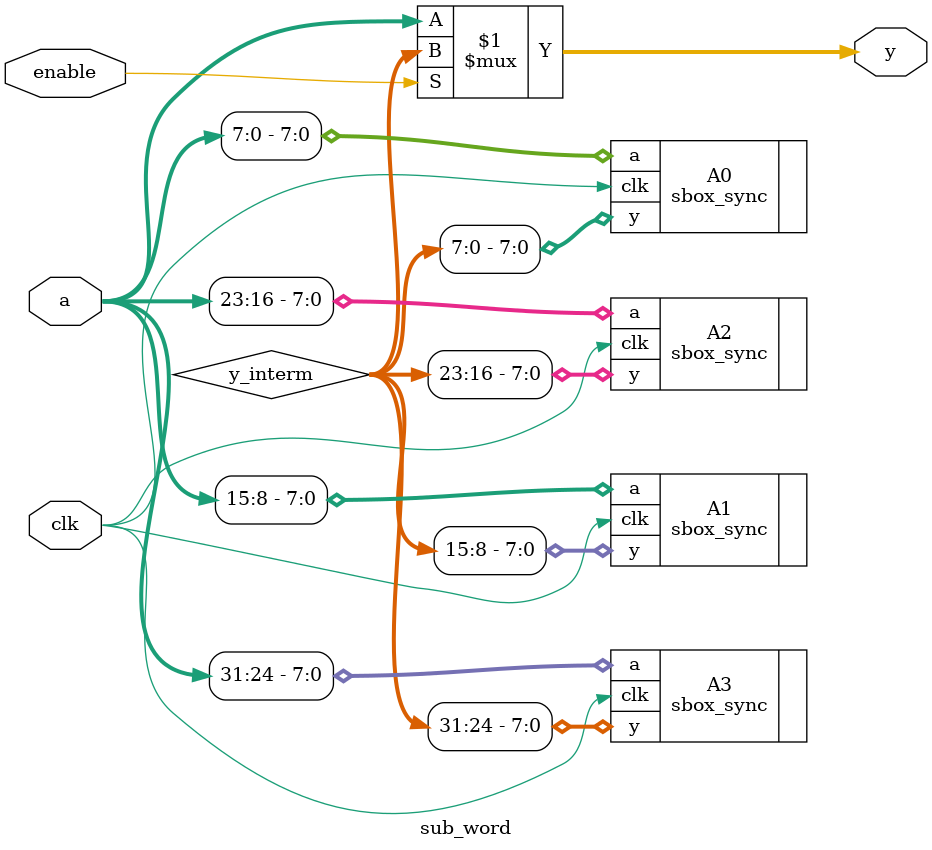
<source format=sv>
module sub_word(
    input   logic               clk,
    input   logic               enable,
    input   logic   [31:0]      a,
    output  logic   [31:0]      y
);

    logic   [31:0]    y_interm;

    sbox_sync A0(
        .a(a[7:0]),         //input [7:0]
        .clk(clk),          //input
        .y(y_interm[7:0])   //output [7:0]
    );
    sbox_sync A1(
        .a(a[15:8]),        //input [7:0]
        .clk(clk),          //input
        .y(y_interm[15:8])  //output [7:0]
    );
    sbox_sync A2(
        .a(a[23:16]),       //input [7:0]
        .clk(clk),          //input
        .y(y_interm[23:16]) //output [7:0]
    );
    sbox_sync A3(
        .a(a[31:24]),       //input [7:0]
        .clk(clk),          //input
        .y(y_interm[31:24]) //output [7:0]
    );              

    assign y = enable ? (y_interm) : (a);
endmodule
</source>
